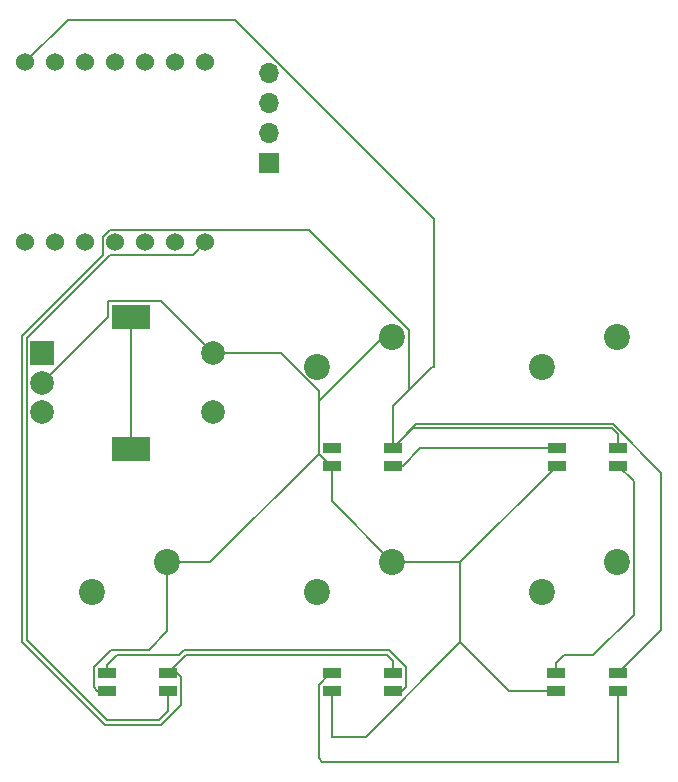
<source format=gbl>
G04 #@! TF.GenerationSoftware,KiCad,Pcbnew,9.0.2*
G04 #@! TF.CreationDate,2025-08-01T12:28:15-04:00*
G04 #@! TF.ProjectId,hackpad,6861636b-7061-4642-9e6b-696361645f70,rev?*
G04 #@! TF.SameCoordinates,Original*
G04 #@! TF.FileFunction,Copper,L2,Bot*
G04 #@! TF.FilePolarity,Positive*
%FSLAX46Y46*%
G04 Gerber Fmt 4.6, Leading zero omitted, Abs format (unit mm)*
G04 Created by KiCad (PCBNEW 9.0.2) date 2025-08-01 12:28:15*
%MOMM*%
%LPD*%
G01*
G04 APERTURE LIST*
G04 Aperture macros list*
%AMRoundRect*
0 Rectangle with rounded corners*
0 $1 Rounding radius*
0 $2 $3 $4 $5 $6 $7 $8 $9 X,Y pos of 4 corners*
0 Add a 4 corners polygon primitive as box body*
4,1,4,$2,$3,$4,$5,$6,$7,$8,$9,$2,$3,0*
0 Add four circle primitives for the rounded corners*
1,1,$1+$1,$2,$3*
1,1,$1+$1,$4,$5*
1,1,$1+$1,$6,$7*
1,1,$1+$1,$8,$9*
0 Add four rect primitives between the rounded corners*
20,1,$1+$1,$2,$3,$4,$5,0*
20,1,$1+$1,$4,$5,$6,$7,0*
20,1,$1+$1,$6,$7,$8,$9,0*
20,1,$1+$1,$8,$9,$2,$3,0*%
G04 Aperture macros list end*
G04 #@! TA.AperFunction,ComponentPad*
%ADD10C,2.200000*%
G04 #@! TD*
G04 #@! TA.AperFunction,SMDPad,CuDef*
%ADD11RoundRect,0.082000X-0.718000X0.328000X-0.718000X-0.328000X0.718000X-0.328000X0.718000X0.328000X0*%
G04 #@! TD*
G04 #@! TA.AperFunction,ComponentPad*
%ADD12R,1.700000X1.700000*%
G04 #@! TD*
G04 #@! TA.AperFunction,ComponentPad*
%ADD13O,1.700000X1.700000*%
G04 #@! TD*
G04 #@! TA.AperFunction,ComponentPad*
%ADD14C,1.524000*%
G04 #@! TD*
G04 #@! TA.AperFunction,ComponentPad*
%ADD15R,2.000000X2.000000*%
G04 #@! TD*
G04 #@! TA.AperFunction,ComponentPad*
%ADD16C,2.000000*%
G04 #@! TD*
G04 #@! TA.AperFunction,ComponentPad*
%ADD17R,3.200000X2.000000*%
G04 #@! TD*
G04 #@! TA.AperFunction,Conductor*
%ADD18C,0.200000*%
G04 #@! TD*
G04 APERTURE END LIST*
D10*
X72060000Y-58420000D03*
X65710000Y-60960000D03*
D11*
X66920000Y-67829999D03*
X66920000Y-69329999D03*
X72120000Y-69329999D03*
X72120000Y-67829999D03*
X66910000Y-86899999D03*
X66910000Y-88399999D03*
X72110000Y-88399999D03*
X72110000Y-86899999D03*
D12*
X61600000Y-43700000D03*
D13*
X61600000Y-41160000D03*
X61600000Y-38620000D03*
X61600000Y-36080000D03*
D14*
X40970000Y-50440000D03*
X43510000Y-50440000D03*
X46050000Y-50440000D03*
X48590000Y-50440000D03*
X51130000Y-50440000D03*
X53670000Y-50440000D03*
X56210000Y-50440000D03*
X56210000Y-35200000D03*
X53670000Y-35200000D03*
X51130000Y-35200000D03*
X48590000Y-35200000D03*
X46050000Y-35200000D03*
X43510000Y-35200000D03*
X40970000Y-35200000D03*
D10*
X91110000Y-58420000D03*
X84760000Y-60960000D03*
X72050000Y-77490000D03*
X65700000Y-80030000D03*
D11*
X85970000Y-67829999D03*
X85970000Y-69329999D03*
X91170000Y-69329999D03*
X91170000Y-67829999D03*
D10*
X91080000Y-77500000D03*
X84730000Y-80040000D03*
X53000000Y-77490000D03*
X46650000Y-80030000D03*
D11*
X85940000Y-86909999D03*
X85940000Y-88409999D03*
X91140000Y-88409999D03*
X91140000Y-86909999D03*
D15*
X42390000Y-59840000D03*
D16*
X42390000Y-64840000D03*
X42390000Y-62340000D03*
D17*
X49890000Y-56740000D03*
X49890000Y-67940000D03*
D16*
X56890000Y-64840000D03*
X56890000Y-59840000D03*
D11*
X47860000Y-86899999D03*
X47860000Y-88399999D03*
X53060000Y-88399999D03*
X53060000Y-86899999D03*
D18*
X47860000Y-90890000D02*
X41089000Y-84119000D01*
X41089000Y-84119000D02*
X41089000Y-58539000D01*
X52320000Y-90890000D02*
X47860000Y-90890000D01*
X41089000Y-58539000D02*
X48125000Y-51503000D01*
X53060000Y-88399999D02*
X53060000Y-90150000D01*
X55147000Y-51503000D02*
X56210000Y-50440000D01*
X53060000Y-90150000D02*
X52320000Y-90890000D01*
X48125000Y-51503000D02*
X55147000Y-51503000D01*
X47860000Y-86230000D02*
X48720000Y-85370000D01*
X73211000Y-88098999D02*
X72910000Y-88399999D01*
X47860000Y-86899999D02*
X47860000Y-86230000D01*
X54441000Y-84949000D02*
X71748915Y-84949000D01*
X71748915Y-84949000D02*
X73211000Y-86411085D01*
X73211000Y-86411085D02*
X73211000Y-88098999D01*
X48720000Y-85370000D02*
X54020000Y-85370000D01*
X72910000Y-88399999D02*
X72110000Y-88399999D01*
X54020000Y-85370000D02*
X54441000Y-84949000D01*
X46759000Y-88098999D02*
X46759000Y-86411085D01*
X47989000Y-56741000D02*
X47989000Y-55439000D01*
X66920000Y-92280000D02*
X69819913Y-92280000D01*
X62608686Y-59840000D02*
X65819000Y-63050314D01*
X77809999Y-77490000D02*
X85970000Y-69329999D01*
X66910000Y-88399999D02*
X66920000Y-88409999D01*
X52489000Y-55439000D02*
X56890000Y-59840000D01*
X56890000Y-59840000D02*
X62608686Y-59840000D01*
X72050000Y-77490000D02*
X66920000Y-72360000D01*
X47989000Y-55439000D02*
X52489000Y-55439000D01*
X69819913Y-92280000D02*
X77809999Y-84289914D01*
X72050000Y-77490000D02*
X77809999Y-77490000D01*
X56647913Y-77490000D02*
X65819000Y-68318913D01*
X81930084Y-88409999D02*
X77809999Y-84289914D01*
X65819000Y-63876184D02*
X71275184Y-58420000D01*
X53000000Y-77490000D02*
X56647913Y-77490000D01*
X66920000Y-69329999D02*
X66830086Y-69329999D01*
X47060000Y-88399999D02*
X46759000Y-88098999D01*
X66920000Y-72360000D02*
X66920000Y-69329999D01*
X48249085Y-84921000D02*
X51433816Y-84921000D01*
X91080000Y-77500000D02*
X90238470Y-77500000D01*
X42390000Y-62340000D02*
X47989000Y-56741000D01*
X65819000Y-63050314D02*
X65819000Y-63876184D01*
X51433816Y-84921000D02*
X53000000Y-83354816D01*
X53000000Y-83354816D02*
X53000000Y-77490000D01*
X47860000Y-88399999D02*
X47060000Y-88399999D01*
X46759000Y-86411085D02*
X48249085Y-84921000D01*
X65819000Y-68318913D02*
X65819000Y-63876184D01*
X77809999Y-84289914D02*
X77809999Y-77490000D01*
X85940000Y-88409999D02*
X81930084Y-88409999D01*
X66920000Y-88409999D02*
X66920000Y-92280000D01*
X66830086Y-69329999D02*
X65819000Y-68318913D01*
X71275184Y-58420000D02*
X72060000Y-58420000D01*
X53060000Y-86899999D02*
X54609999Y-85350000D01*
X54161000Y-89616100D02*
X54161000Y-87200999D01*
X72110000Y-85880000D02*
X72110000Y-86899999D01*
X72120000Y-67829999D02*
X74098999Y-65851000D01*
X44579000Y-31591000D02*
X40970000Y-35200000D01*
X75451530Y-60950000D02*
X75570000Y-60950000D01*
X47527000Y-51533900D02*
X40688000Y-58372900D01*
X54161000Y-87200999D02*
X53860000Y-86899999D01*
X52486100Y-91291000D02*
X54161000Y-89616100D01*
X94821000Y-69971000D02*
X94821000Y-83228999D01*
X72120000Y-67829999D02*
X73819999Y-66130000D01*
X72120000Y-64281530D02*
X75451530Y-60950000D01*
X75570000Y-60950000D02*
X75570000Y-48422240D01*
X47527000Y-49999690D02*
X47527000Y-51533900D01*
X90680000Y-66130000D02*
X91170000Y-66620000D01*
X90701000Y-65851000D02*
X94821000Y-69971000D01*
X47693900Y-91291000D02*
X52486100Y-91291000D01*
X74098999Y-65851000D02*
X90701000Y-65851000D01*
X75570000Y-48422240D02*
X58738760Y-31591000D01*
X54609999Y-85350000D02*
X71580000Y-85350000D01*
X91170000Y-66620000D02*
X91170000Y-67829999D01*
X73461000Y-62940530D02*
X73461000Y-57839686D01*
X73819999Y-66130000D02*
X90680000Y-66130000D01*
X40688000Y-58372900D02*
X40688000Y-84285100D01*
X58738760Y-31591000D02*
X44579000Y-31591000D01*
X53860000Y-86899999D02*
X53060000Y-86899999D01*
X48149690Y-49377000D02*
X47527000Y-49999690D01*
X71580000Y-85350000D02*
X72110000Y-85880000D01*
X72120000Y-67829999D02*
X72120000Y-64281530D01*
X73461000Y-57839686D02*
X64998314Y-49377000D01*
X40688000Y-84285100D02*
X47693900Y-91291000D01*
X94821000Y-83228999D02*
X91140000Y-86909999D01*
X64998314Y-49377000D02*
X48149690Y-49377000D01*
X72120000Y-64281530D02*
X73461000Y-62940530D01*
X65809000Y-94118000D02*
X66140000Y-94449000D01*
X91150000Y-94449000D02*
X91140000Y-94439000D01*
X91140000Y-94439000D02*
X91140000Y-88409999D01*
X66140000Y-94449000D02*
X91150000Y-94449000D01*
X65809000Y-87911085D02*
X65809000Y-94118000D01*
X66820086Y-86899999D02*
X65809000Y-87911085D01*
X66910000Y-86899999D02*
X66820086Y-86899999D01*
X92481000Y-70640999D02*
X92481000Y-81963816D01*
X86613071Y-85396929D02*
X85940000Y-86070000D01*
X92481000Y-81963816D02*
X89047887Y-85396929D01*
X85940000Y-86070000D02*
X85940000Y-86909999D01*
X91170000Y-69329999D02*
X92481000Y-70640999D01*
X89047887Y-85396929D02*
X86613071Y-85396929D01*
X49890000Y-67940000D02*
X49890000Y-56740000D01*
X72920000Y-69329999D02*
X74420000Y-67829999D01*
X72120000Y-69329999D02*
X72920000Y-69329999D01*
X74420000Y-67829999D02*
X85970000Y-67829999D01*
M02*

</source>
